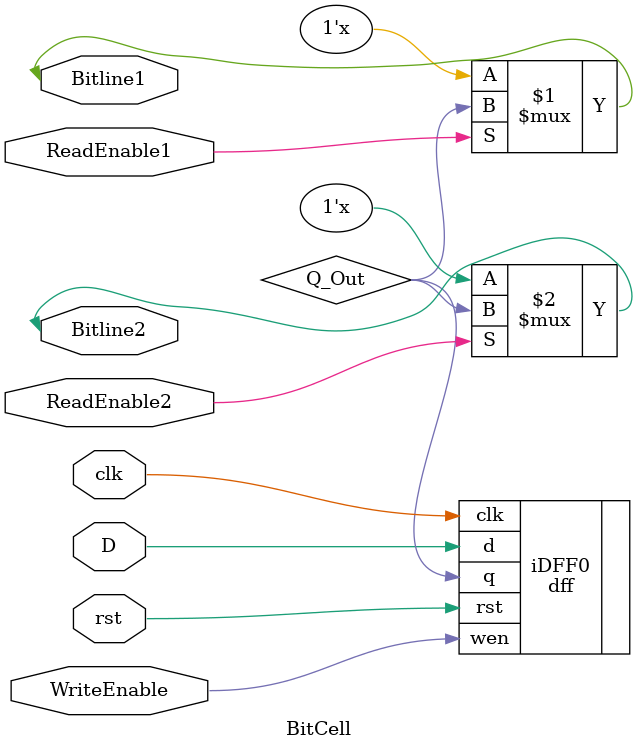
<source format=v>
module BitCell( input clk, input rst, input D, input WriteEnable, input ReadEnable1, input
	ReadEnable2, inout Bitline1, inout Bitline2);
	
	// Internal signal for read lines
	wire Q_Out;
	
	dff iDFF0 (.clk(clk), .rst(rst), .d(D), .wen(WriteEnable), .q(Q_Out));
	
	assign Bitline1 = (ReadEnable1) ? Q_Out : 1'bZ;
	assign Bitline2 = (ReadEnable2) ? Q_Out : 1'bZ;
	
endmodule
</source>
